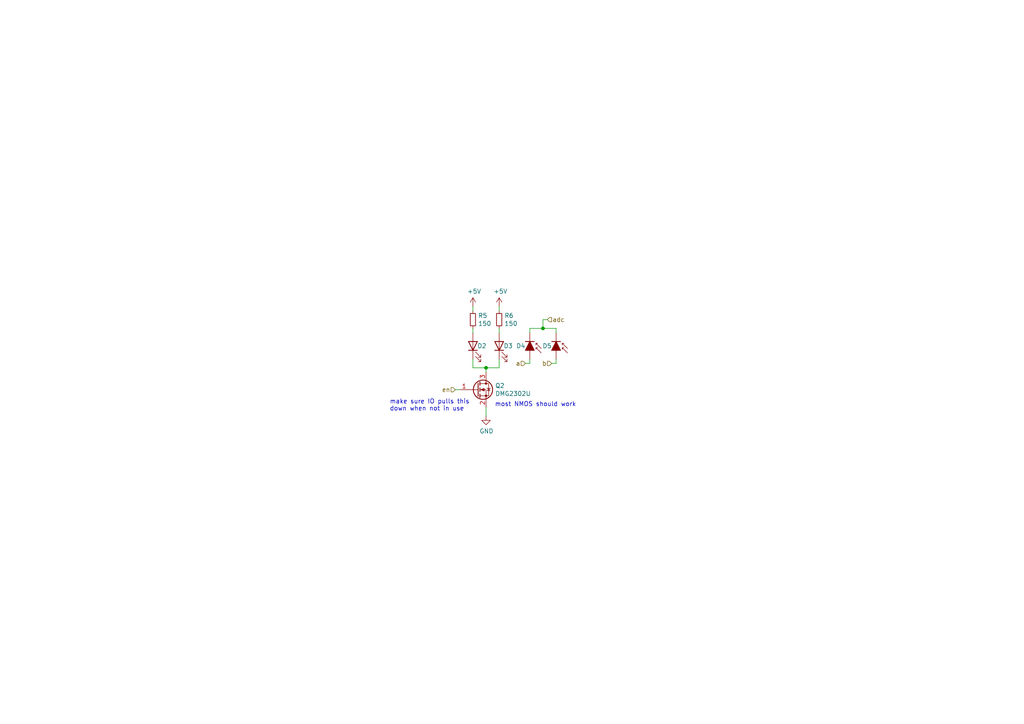
<source format=kicad_sch>
(kicad_sch (version 20250114) (generator "eeschema") (generator_version "9.0")
  (paper "A4")
  (lib_symbols
    (symbol "Device:D_Photo_Filled" (pin_numbers (hide yes)) (pin_names (hide yes))
      (property "Reference" "D" (at 0.508 1.778 0))
      (property "Value" "D_Photo_Filled" (at -1.016 -2.794 0))
      (symbol "D_Photo_Filled_0_1"
        (polyline (pts (xy -2.54 1.27) (xy -2.54 -1.27)) (stroke (width 0.254)))
        (polyline (pts (xy -2.032 1.778) (xy -1.524 1.778)))
        (polyline (pts (xy -0.508 3.302) (xy -2.032 1.778) (xy -2.032 2.286)))
        (polyline (pts (xy 0 0) (xy -2.54 0)))
        (polyline (pts (xy 0 -1.27) (xy 0 1.27) (xy -2.54 0) (xy 0 -1.27)) (stroke (width 0.254)) (fill (type outline)))
        (polyline (pts (xy 0.762 3.302) (xy -0.762 1.778) (xy -0.762 2.286) (xy -0.762 1.778) (xy -0.254 1.778)))
      )
      (symbol "D_Photo_Filled_1_1"
        (pin passive line (at -5.08 0 0) (length 2.54) (name "K") (number "1"))
        (pin passive line (at 2.54 0 180) (length 2.54) (name "A") (number "2"))
      )
    )
    (symbol "Device:LED" (pin_numbers (hide yes)) (pin_names (offset 1.016) (hide yes))
      (property "Reference" "D" (at 0 2.54 0))
      (property "Value" "LED" (at 0 -2.54 0))
      (symbol "LED_0_1"
        (polyline (pts (xy -3.048 -0.762) (xy -4.572 -2.286) (xy -3.81 -2.286) (xy -4.572 -2.286) (xy -4.572 -1.524)))
        (polyline (pts (xy -1.778 -0.762) (xy -3.302 -2.286) (xy -2.54 -2.286) (xy -3.302 -2.286) (xy -3.302 -1.524)))
        (polyline (pts (xy -1.27 0) (xy 1.27 0)))
        (polyline (pts (xy -1.27 -1.27) (xy -1.27 1.27)) (stroke (width 0.254)))
        (polyline (pts (xy 1.27 -1.27) (xy 1.27 1.27) (xy -1.27 0) (xy 1.27 -1.27)) (stroke (width 0.254)))
      )
      (symbol "LED_1_1"
        (pin passive line (at -3.81 0 0) (length 2.54) (name "K") (number "1"))
        (pin passive line (at 3.81 0 180) (length 2.54) (name "A") (number "2"))
      )
    )
    (symbol "Device:R_Small" (pin_numbers (hide yes)) (pin_names (offset 0.254) (hide yes))
      (property "Reference" "R" (at 0.762 0.508 0))
      (property "Value" "R_Small" (at 0.762 -1.016 0))
      (symbol "R_Small_0_1"
        (rectangle (start -0.762 1.778) (end 0.762 -1.778) (stroke (width 0.2032)))
      )
      (symbol "R_Small_1_1"
        (pin passive line (at 0 2.54 270) (length 0.762) (name "~") (number "1"))
        (pin passive line (at 0 -2.54 90) (length 0.762) (name "~") (number "2"))
      )
    )
    (symbol "Transistor_FET:DMG2302U" (pin_names (hide yes))
      (property "Reference" "Q" (at 5.08 1.905 0))
      (property "Value" "DMG2302U" (at 5.08 0 0))
      (symbol "DMG2302U_0_1"
        (polyline (pts (xy 0.254 1.905) (xy 0.254 -1.905)) (stroke (width 0.254)))
        (polyline (pts (xy 0.254 0) (xy -2.54 0)))
        (polyline (pts (xy 0.762 2.286) (xy 0.762 1.27)) (stroke (width 0.254)))
        (polyline (pts (xy 0.762 0.508) (xy 0.762 -0.508)) (stroke (width 0.254)))
        (polyline (pts (xy 0.762 -1.27) (xy 0.762 -2.286)) (stroke (width 0.254)))
        (polyline (pts (xy 0.762 -1.778) (xy 3.302 -1.778) (xy 3.302 1.778) (xy 0.762 1.778)))
        (polyline (pts (xy 1.016 0) (xy 2.032 0.381) (xy 2.032 -0.381) (xy 1.016 0)) (fill (type outline)))
        (circle (center 1.651 0) (radius 2.794) (stroke (width 0.254)))
        (polyline (pts (xy 2.54 2.54) (xy 2.54 1.778)))
        (circle (center 2.54 1.778) (radius 0.254) (fill (type outline)))
        (circle (center 2.54 -1.778) (radius 0.254) (fill (type outline)))
        (polyline (pts (xy 2.54 -2.54) (xy 2.54 0) (xy 0.762 0)))
        (polyline (pts (xy 2.794 0.508) (xy 2.921 0.381) (xy 3.683 0.381) (xy 3.81 0.254)))
        (polyline (pts (xy 3.302 0.381) (xy 2.921 -0.254) (xy 3.683 -0.254) (xy 3.302 0.381)))
      )
      (symbol "DMG2302U_1_1"
        (pin input line (at -5.08 0 0) (length 2.54) (name "G") (number "1"))
        (pin passive line (at 2.54 5.08 270) (length 2.54) (name "D") (number "3"))
        (pin passive line (at 2.54 -5.08 90) (length 2.54) (name "S") (number "2"))
      )
    )
    (symbol "power:+5V" (power) (pin_names (offset 0))
      (property "Value" "+5V" (at 0 3.556 0))
      (symbol "+5V_0_1"
        (polyline (pts (xy -0.762 1.27) (xy 0 2.54)))
        (polyline (pts (xy 0 2.54) (xy 0.762 1.27)))
        (polyline (pts (xy 0 0) (xy 0 2.54)))
      )
      (symbol "+5V_1_1"
        (pin power_in line (at 0 0 90) (length 0) (hide yes) (name "+5V") (number "1"))
      )
    )
    (symbol "power:GND" (power) (pin_names (offset 0))
      (property "Value" "GND" (at 0 -3.81 0))
      (symbol "GND_0_1"
        (polyline (pts (xy 0 0) (xy 0 -1.27) (xy 1.27 -1.27) (xy 0 -2.54) (xy -1.27 -1.27) (xy 0 -1.27)))
      )
      (symbol "GND_1_1"
        (pin power_in line (at 0 0 270) (length 0) (hide yes) (name "GND") (number "1"))
      )
    )
  )
  (text "make sure IO pulls this\ndown when not in use" (at 113.03 119.38 0) (effects (font (size 1.27 1.27)) (justify left bottom)))
  (text "most NMOS should work" (at 143.51 118.11 0) (effects (font (size 1.27 1.27)) (justify left bottom)))
  (junction (at 157.48 95.25))
  (junction (at 140.97 106.68))
  (wire (pts (xy 153.67 105.41) (xy 153.67 104.14)))
  (wire (pts (xy 144.78 88.9) (xy 144.78 90.17)))
  (wire (pts (xy 157.48 92.71) (xy 158.75 92.71)))
  (wire (pts (xy 137.16 90.17) (xy 137.16 88.9)))
  (wire (pts (xy 144.78 95.25) (xy 144.78 96.52)))
  (wire (pts (xy 137.16 106.68) (xy 137.16 104.14)))
  (wire (pts (xy 144.78 106.68) (xy 144.78 104.14)))
  (wire (pts (xy 157.48 95.25) (xy 161.29 95.25)))
  (wire (pts (xy 140.97 106.68) (xy 144.78 106.68)))
  (wire (pts (xy 161.29 105.41) (xy 161.29 104.14)))
  (wire (pts (xy 157.48 95.25) (xy 157.48 92.71)))
  (wire (pts (xy 132.08 113.03) (xy 133.35 113.03)))
  (wire (pts (xy 160.02 105.41) (xy 161.29 105.41)))
  (wire (pts (xy 153.67 95.25) (xy 157.48 95.25)))
  (wire (pts (xy 153.67 96.52) (xy 153.67 95.25)))
  (wire (pts (xy 137.16 96.52) (xy 137.16 95.25)))
  (wire (pts (xy 140.97 120.65) (xy 140.97 118.11)))
  (wire (pts (xy 161.29 95.25) (xy 161.29 96.52)))
  (wire (pts (xy 140.97 106.68) (xy 137.16 106.68)))
  (wire (pts (xy 152.4 105.41) (xy 153.67 105.41)))
  (wire (pts (xy 140.97 107.95) (xy 140.97 106.68)))
  (hierarchical_label "b" (shape input) (at 160.02 105.41 180))
  (hierarchical_label "en" (shape input) (at 132.08 113.03 180))
  (hierarchical_label "a" (shape input) (at 152.4 105.41 180))
  (hierarchical_label "adc" (shape input) (at 158.75 92.71 0))
  (symbol (lib_id "Device:D_Photo_Filled") (at 161.29 101.6 270) (unit 1)
    (property "Reference" "D9" (at 160.02 100.33 90) (effects (justify right)))
    (property "Value" "D_Photo_ALT" (effects (hide yes)))
    (property "Footprint" "extraparts:LED_D3.0mm_RH_THT_IRBlack" (effects (hide yes)))
    (instances (project "MMv3" (path "" (reference "D5") (unit 1)) (path "" (reference "D9") (unit 1)) (path "" (reference "D13") (unit 1))))
  )
  (symbol (lib_id "Device:D_Photo_Filled") (at 153.67 101.6 270) (unit 1)
    (property "Reference" "D8" (at 152.4 100.33 90) (effects (justify right)))
    (property "Value" "D_Photo_ALT" (effects (hide yes)))
    (property "Footprint" "extraparts:LED_D3.0mm_RH_THT_IRBlack" (effects (hide yes)))
    (instances (project "MMv3" (path "" (reference "D4") (unit 1)) (path "" (reference "D8") (unit 1)) (path "" (reference "D12") (unit 1))))
  )
  (symbol (lib_id "Device:LED") (at 137.16 100.33 90) (unit 1)
    (property "Reference" "D6" (at 138.43 100.33 90) (effects (justify right)))
    (property "Value" "LED" (effects (hide yes)))
    (property "Footprint" "extraparts:LED_D3.0mm_RH_THT_Clear" (effects (hide yes)))
    (instances (project "MMv3" (path "" (reference "D2") (unit 1)) (path "" (reference "D6") (unit 1)) (path "" (reference "D10") (unit 1))))
  )
  (symbol (lib_id "Device:LED") (at 144.78 100.33 90) (unit 1)
    (property "Reference" "D7" (at 146.05 100.33 90) (effects (justify right)))
    (property "Value" "LED" (effects (hide yes)))
    (property "Footprint" "extraparts:LED_D3.0mm_RH_THT_Clear" (effects (hide yes)))
    (instances (project "MMv3" (path "" (reference "D3") (unit 1)) (path "" (reference "D7") (unit 1)) (path "" (reference "D11") (unit 1))))
  )
  (symbol (lib_id "power:+5V") (at 137.16 88.9 0) (unit 1)
    (property "Reference" "#PWR029" (effects (hide yes)))
    (property "Value" "+5V" (at 137.541 84.5058 0))
    (instances (project "MMv3" (path "" (reference "#PWR026") (unit 1)) (path "" (reference "#PWR029") (unit 1)) (path "" (reference "#PWR032") (unit 1))))
  )
  (symbol (lib_id "Device:R_Small") (at 137.16 92.71 0) (unit 1)
    (property "Reference" "R7" (at 138.6586 91.5416 0) (effects (justify left)))
    (property "Value" "150" (at 138.6586 93.853 0) (effects (justify left)))
    (property "Footprint" "Resistor_SMD:R_0805_2012Metric" (effects (hide yes)))
    (instances (project "MMv3" (path "" (reference "R5") (unit 1)) (path "" (reference "R7") (unit 1)) (path "" (reference "R9") (unit 1))))
  )
  (symbol (lib_id "Device:R_Small") (at 144.78 92.71 0) (unit 1)
    (property "Reference" "R8" (at 146.2786 91.5416 0) (effects (justify left)))
    (property "Value" "150" (at 146.2786 93.853 0) (effects (justify left)))
    (property "Footprint" "Resistor_SMD:R_0805_2012Metric" (effects (hide yes)))
    (instances (project "MMv3" (path "" (reference "R6") (unit 1)) (path "" (reference "R8") (unit 1)) (path "" (reference "R10") (unit 1))))
  )
  (symbol (lib_id "Transistor_FET:DMG2302U") (at 138.43 113.03 0) (unit 1)
    (property "Reference" "Q3" (at 143.6116 111.8616 0) (effects (justify left)))
    (property "Value" "DMG2302U" (at 143.6116 114.173 0) (effects (justify left)))
    (property "Footprint" "Package_TO_SOT_SMD:SOT-23" (effects (hide yes)))
    (property "Datasheet" "http://www.diodes.com/assets/Datasheets/DMG2302U.pdf" (effects (hide yes)))
    (instances (project "MMv3" (path "" (reference "Q2") (unit 1)) (path "" (reference "Q3") (unit 1)) (path "" (reference "Q4") (unit 1))))
  )
  (symbol (lib_id "power:GND") (at 140.97 120.65 0) (unit 1)
    (property "Reference" "#PWR030" (effects (hide yes)))
    (property "Value" "GND" (at 141.097 125.0442 0))
    (instances (project "MMv3" (path "" (reference "#PWR027") (unit 1)) (path "" (reference "#PWR030") (unit 1)) (path "" (reference "#PWR033") (unit 1))))
  )
  (symbol (lib_id "power:+5V") (at 144.78 88.9 0) (unit 1)
    (property "Reference" "#PWR031" (effects (hide yes)))
    (property "Value" "+5V" (at 145.161 84.5058 0))
    (instances (project "MMv3" (path "" (reference "#PWR028") (unit 1)) (path "" (reference "#PWR031") (unit 1)) (path "" (reference "#PWR034") (unit 1))))
  )
)
</source>
